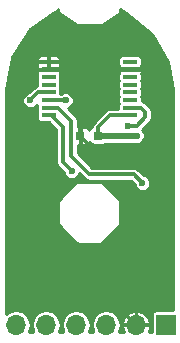
<source format=gbl>
G04 #@! TF.FileFunction,Copper,L2,Bot,Signal*
%FSLAX46Y46*%
G04 Gerber Fmt 4.6, Leading zero omitted, Abs format (unit mm)*
G04 Created by KiCad (PCBNEW 4.0.7) date Sat Jun  9 20:24:17 2018*
%MOMM*%
%LPD*%
G01*
G04 APERTURE LIST*
%ADD10C,0.100000*%
%ADD11R,0.800000X0.750000*%
%ADD12R,1.200000X0.400000*%
%ADD13R,1.700000X1.700000*%
%ADD14O,1.700000X1.700000*%
%ADD15C,0.600000*%
%ADD16C,0.500000*%
%ADD17C,0.350000*%
%ADD18C,0.250000*%
G04 APERTURE END LIST*
D10*
D11*
X58250000Y-48000000D03*
X56750000Y-48000000D03*
D12*
X54050000Y-46275000D03*
X54050000Y-45625000D03*
X54050000Y-44975000D03*
X54050000Y-44325000D03*
X54050000Y-43675000D03*
X54050000Y-43025000D03*
X54050000Y-42375000D03*
X54050000Y-41725000D03*
X60950000Y-41725000D03*
X60950000Y-42375000D03*
X60950000Y-43025000D03*
X60950000Y-43675000D03*
X60950000Y-44325000D03*
X60950000Y-44975000D03*
X60950000Y-45625000D03*
X60950000Y-46275000D03*
D13*
X64000000Y-64000000D03*
D14*
X61460000Y-64000000D03*
X58920000Y-64000000D03*
X56380000Y-64000000D03*
X53840000Y-64000000D03*
X51300000Y-64000000D03*
D15*
X61500000Y-48000000D03*
X57500000Y-43250000D03*
X59000000Y-44000000D03*
X57000000Y-46000000D03*
X59000000Y-41000000D03*
X57000000Y-41000000D03*
X62000000Y-49000000D03*
X61000000Y-53000000D03*
X63000000Y-41000000D03*
X60000000Y-38000000D03*
X55000000Y-38000000D03*
X52000000Y-41000000D03*
X51000000Y-47000000D03*
X51000000Y-52000000D03*
X51000000Y-55000000D03*
X51000000Y-61000000D03*
X51000000Y-58000000D03*
X56000000Y-58000000D03*
X59000000Y-58000000D03*
X59000000Y-61000000D03*
X58500000Y-49500000D03*
X57500000Y-44500000D03*
X60800000Y-47200006D03*
X56000000Y-51000000D03*
X62000000Y-52000000D03*
X55500000Y-45000000D03*
X52500000Y-45000000D03*
D16*
X61500000Y-48000000D02*
X61449999Y-48050001D01*
X61449999Y-48050001D02*
X58300001Y-48050001D01*
X58300001Y-48050001D02*
X58250000Y-48000000D01*
D17*
X60950000Y-46275000D02*
X59250000Y-46275000D01*
X59250000Y-46275000D02*
X58250000Y-47275000D01*
X58250000Y-47275000D02*
X58250000Y-48000000D01*
D18*
X54050000Y-41725000D02*
X52725000Y-41725000D01*
X52725000Y-41725000D02*
X52000000Y-41000000D01*
D17*
X57500000Y-44500000D02*
X58500000Y-44500000D01*
X58500000Y-44500000D02*
X59000000Y-44000000D01*
X57000000Y-41000000D02*
X59000000Y-41000000D01*
X60950000Y-42375000D02*
X61900000Y-42375000D01*
X61900000Y-42375000D02*
X63000000Y-41275000D01*
X63000000Y-41275000D02*
X63000000Y-41000000D01*
X60000000Y-38000000D02*
X63000000Y-41000000D01*
X52000000Y-41000000D02*
X55000000Y-38000000D01*
X51000000Y-52000000D02*
X51000000Y-47000000D01*
X51000000Y-58000000D02*
X51000000Y-55000000D01*
X56000000Y-58000000D02*
X51000000Y-58000000D01*
X59000000Y-58000000D02*
X56000000Y-58000000D01*
X61460000Y-64000000D02*
X59000000Y-61540000D01*
X59000000Y-61540000D02*
X59000000Y-61000000D01*
X58500000Y-49500000D02*
X58250000Y-49500000D01*
X58250000Y-49500000D02*
X56750000Y-48000000D01*
X57500000Y-44500000D02*
X57125000Y-44125000D01*
X57125000Y-44125000D02*
X56750000Y-44125000D01*
X56750000Y-44125000D02*
X58500000Y-42375000D01*
X58500000Y-42375000D02*
X60950000Y-42375000D01*
X56750000Y-48000000D02*
X56750000Y-44125000D01*
X56750000Y-44125000D02*
X55000000Y-42375000D01*
X55000000Y-42375000D02*
X54050000Y-42375000D01*
X62250000Y-46450002D02*
X61499996Y-47200006D01*
X61499996Y-47200006D02*
X60800000Y-47200006D01*
X62250000Y-45975000D02*
X62250000Y-46450002D01*
X60950000Y-45625000D02*
X61900000Y-45625000D01*
X61900000Y-45625000D02*
X62250000Y-45975000D01*
X54050000Y-46275000D02*
X54275000Y-46275000D01*
X54275000Y-46275000D02*
X55250000Y-47250000D01*
X55250000Y-47250000D02*
X55250000Y-50250000D01*
X55250000Y-50250000D02*
X56000000Y-51000000D01*
X54050000Y-45625000D02*
X54875000Y-45625000D01*
X54875000Y-45625000D02*
X55974999Y-46724999D01*
X55974999Y-46724999D02*
X55974999Y-49724999D01*
X55974999Y-49724999D02*
X57500000Y-51250000D01*
X57500000Y-51250000D02*
X61250000Y-51250000D01*
X61250000Y-51250000D02*
X62000000Y-52000000D01*
X54050000Y-44975000D02*
X55475000Y-44975000D01*
X55475000Y-44975000D02*
X55500000Y-45000000D01*
X52500000Y-45000000D02*
X53175000Y-44325000D01*
X53175000Y-44325000D02*
X54050000Y-44325000D01*
D18*
G36*
X60571441Y-37616868D02*
X60571443Y-37616870D01*
X62822482Y-39351446D01*
X64199958Y-41748562D01*
X64575000Y-44034633D01*
X64575000Y-62767654D01*
X63150000Y-62767654D01*
X63011034Y-62793802D01*
X62883401Y-62875931D01*
X62797777Y-63001246D01*
X62767654Y-63150000D01*
X62767654Y-64575000D01*
X62525039Y-64575000D01*
X62665757Y-64216285D01*
X62590997Y-64025000D01*
X61485000Y-64025000D01*
X61485000Y-64045000D01*
X61435000Y-64045000D01*
X61435000Y-64025000D01*
X60329003Y-64025000D01*
X60254243Y-64216285D01*
X60394961Y-64575000D01*
X59996819Y-64575000D01*
X60051752Y-64492786D01*
X60145000Y-64023999D01*
X60145000Y-63976001D01*
X60106752Y-63783715D01*
X60254243Y-63783715D01*
X60329003Y-63975000D01*
X61435000Y-63975000D01*
X61435000Y-62869026D01*
X61485000Y-62869026D01*
X61485000Y-63975000D01*
X62590997Y-63975000D01*
X62665757Y-63783715D01*
X62491206Y-63338755D01*
X62159663Y-62994464D01*
X61721602Y-62803256D01*
X61676285Y-62794245D01*
X61485000Y-62869026D01*
X61435000Y-62869026D01*
X61243715Y-62794245D01*
X61198398Y-62803256D01*
X60760337Y-62994464D01*
X60428794Y-63338755D01*
X60254243Y-63783715D01*
X60106752Y-63783715D01*
X60051752Y-63507214D01*
X59786206Y-63109795D01*
X59388787Y-62844249D01*
X58920000Y-62751001D01*
X58451213Y-62844249D01*
X58053794Y-63109795D01*
X57788248Y-63507214D01*
X57695000Y-63976001D01*
X57695000Y-64023999D01*
X57788248Y-64492786D01*
X57843181Y-64575000D01*
X57456819Y-64575000D01*
X57511752Y-64492786D01*
X57605000Y-64023999D01*
X57605000Y-63976001D01*
X57511752Y-63507214D01*
X57246206Y-63109795D01*
X56848787Y-62844249D01*
X56380000Y-62751001D01*
X55911213Y-62844249D01*
X55513794Y-63109795D01*
X55248248Y-63507214D01*
X55155000Y-63976001D01*
X55155000Y-64023999D01*
X55248248Y-64492786D01*
X55303181Y-64575000D01*
X54916819Y-64575000D01*
X54971752Y-64492786D01*
X55065000Y-64023999D01*
X55065000Y-63976001D01*
X54971752Y-63507214D01*
X54706206Y-63109795D01*
X54308787Y-62844249D01*
X53840000Y-62751001D01*
X53371213Y-62844249D01*
X52973794Y-63109795D01*
X52708248Y-63507214D01*
X52615000Y-63976001D01*
X52615000Y-64023999D01*
X52708248Y-64492786D01*
X52763181Y-64575000D01*
X52376819Y-64575000D01*
X52431752Y-64492786D01*
X52525000Y-64023999D01*
X52525000Y-63976001D01*
X52431752Y-63507214D01*
X52166206Y-63109795D01*
X51768787Y-62844249D01*
X51300000Y-62751001D01*
X50831213Y-62844249D01*
X50433794Y-63109795D01*
X50425000Y-63122956D01*
X50425000Y-53500000D01*
X54875000Y-53500000D01*
X54875000Y-55500000D01*
X54884187Y-55547037D01*
X54911612Y-55588388D01*
X56411612Y-57088388D01*
X56451368Y-57115152D01*
X56500000Y-57125000D01*
X58500000Y-57125000D01*
X58547037Y-57115813D01*
X58588388Y-57088388D01*
X60088388Y-55588388D01*
X60115152Y-55548632D01*
X60125000Y-55500000D01*
X60125000Y-53500000D01*
X60115813Y-53452963D01*
X60088388Y-53411612D01*
X58588388Y-51911612D01*
X58548632Y-51884848D01*
X58500000Y-51875000D01*
X56500000Y-51875000D01*
X56452963Y-51884187D01*
X56411612Y-51911612D01*
X54911612Y-53411612D01*
X54884848Y-53451368D01*
X54875000Y-53500000D01*
X50425000Y-53500000D01*
X50425000Y-45133677D01*
X51824883Y-45133677D01*
X51927429Y-45381857D01*
X52117144Y-45571903D01*
X52365145Y-45674883D01*
X52633677Y-45675117D01*
X52881857Y-45572571D01*
X53071903Y-45382856D01*
X53080267Y-45362713D01*
X53067654Y-45425000D01*
X53067654Y-45825000D01*
X53092038Y-45954589D01*
X53067654Y-46075000D01*
X53067654Y-46475000D01*
X53093802Y-46613966D01*
X53175931Y-46741599D01*
X53301246Y-46827223D01*
X53450000Y-46857346D01*
X54079528Y-46857346D01*
X54700000Y-47477818D01*
X54700000Y-50250000D01*
X54741866Y-50460476D01*
X54861091Y-50638909D01*
X55324910Y-51102728D01*
X55324883Y-51133677D01*
X55427429Y-51381857D01*
X55617144Y-51571903D01*
X55865145Y-51674883D01*
X56133677Y-51675117D01*
X56381857Y-51572571D01*
X56571903Y-51382856D01*
X56654977Y-51182795D01*
X57111091Y-51638909D01*
X57289524Y-51758134D01*
X57500000Y-51800000D01*
X61022182Y-51800000D01*
X61324910Y-52102728D01*
X61324883Y-52133677D01*
X61427429Y-52381857D01*
X61617144Y-52571903D01*
X61865145Y-52674883D01*
X62133677Y-52675117D01*
X62381857Y-52572571D01*
X62571903Y-52382856D01*
X62674883Y-52134855D01*
X62675117Y-51866323D01*
X62572571Y-51618143D01*
X62382856Y-51428097D01*
X62134855Y-51325117D01*
X62102907Y-51325089D01*
X61638909Y-50861091D01*
X61460476Y-50741866D01*
X61250000Y-50700000D01*
X57727818Y-50700000D01*
X56524999Y-49497181D01*
X56524999Y-48750000D01*
X56631250Y-48750000D01*
X56725000Y-48656250D01*
X56725000Y-48025000D01*
X56705000Y-48025000D01*
X56705000Y-47975000D01*
X56725000Y-47975000D01*
X56725000Y-47343750D01*
X56775000Y-47343750D01*
X56775000Y-47975000D01*
X56795000Y-47975000D01*
X56795000Y-48025000D01*
X56775000Y-48025000D01*
X56775000Y-48656250D01*
X56868750Y-48750000D01*
X57224592Y-48750000D01*
X57362420Y-48692910D01*
X57467910Y-48587421D01*
X57496560Y-48518252D01*
X57575931Y-48641599D01*
X57701246Y-48727223D01*
X57850000Y-48757346D01*
X58650000Y-48757346D01*
X58788966Y-48731198D01*
X58876299Y-48675001D01*
X61449999Y-48675001D01*
X61450220Y-48674957D01*
X61633677Y-48675117D01*
X61881857Y-48572571D01*
X62071903Y-48382856D01*
X62174883Y-48134855D01*
X62175117Y-47866323D01*
X62072571Y-47618143D01*
X61966217Y-47511603D01*
X62638909Y-46838911D01*
X62758134Y-46660478D01*
X62800001Y-46450002D01*
X62800000Y-46449997D01*
X62800000Y-45975005D01*
X62800001Y-45975000D01*
X62758134Y-45764524D01*
X62638909Y-45586091D01*
X62288909Y-45236091D01*
X62110476Y-45116866D01*
X61932346Y-45081434D01*
X61932346Y-44775000D01*
X61907962Y-44645411D01*
X61932346Y-44525000D01*
X61932346Y-44125000D01*
X61907962Y-43995411D01*
X61932346Y-43875000D01*
X61932346Y-43475000D01*
X61907962Y-43345411D01*
X61932346Y-43225000D01*
X61932346Y-42825000D01*
X61907356Y-42692189D01*
X61925000Y-42649592D01*
X61925000Y-42493750D01*
X61831250Y-42400000D01*
X60975000Y-42400000D01*
X60975000Y-42420000D01*
X60925000Y-42420000D01*
X60925000Y-42400000D01*
X60068750Y-42400000D01*
X59975000Y-42493750D01*
X59975000Y-42649592D01*
X59993923Y-42695277D01*
X59967654Y-42825000D01*
X59967654Y-43225000D01*
X59992038Y-43354589D01*
X59967654Y-43475000D01*
X59967654Y-43875000D01*
X59992038Y-44004589D01*
X59967654Y-44125000D01*
X59967654Y-44525000D01*
X59992038Y-44654589D01*
X59967654Y-44775000D01*
X59967654Y-45175000D01*
X59992038Y-45304589D01*
X59967654Y-45425000D01*
X59967654Y-45725000D01*
X59250005Y-45725000D01*
X59250000Y-45724999D01*
X59051298Y-45764524D01*
X59039524Y-45766866D01*
X58861091Y-45886091D01*
X58861089Y-45886094D01*
X57861091Y-46886091D01*
X57741866Y-47064524D01*
X57700000Y-47275000D01*
X57700000Y-47275902D01*
X57583401Y-47350931D01*
X57497777Y-47476246D01*
X57496629Y-47481914D01*
X57467910Y-47412579D01*
X57362420Y-47307090D01*
X57224592Y-47250000D01*
X56868750Y-47250000D01*
X56775000Y-47343750D01*
X56725000Y-47343750D01*
X56631250Y-47250000D01*
X56524999Y-47250000D01*
X56524999Y-46725004D01*
X56525000Y-46724999D01*
X56483133Y-46514523D01*
X56463724Y-46485476D01*
X56363908Y-46336090D01*
X56363905Y-46336088D01*
X55682685Y-45654867D01*
X55881857Y-45572571D01*
X56071903Y-45382856D01*
X56174883Y-45134855D01*
X56175117Y-44866323D01*
X56072571Y-44618143D01*
X55882856Y-44428097D01*
X55634855Y-44325117D01*
X55366323Y-44324883D01*
X55124022Y-44425000D01*
X55032346Y-44425000D01*
X55032346Y-44125000D01*
X55007962Y-43995411D01*
X55032346Y-43875000D01*
X55032346Y-43475000D01*
X55007962Y-43345411D01*
X55032346Y-43225000D01*
X55032346Y-42825000D01*
X55007356Y-42692189D01*
X55025000Y-42649592D01*
X55025000Y-42493750D01*
X54931250Y-42400000D01*
X54075000Y-42400000D01*
X54075000Y-42420000D01*
X54025000Y-42420000D01*
X54025000Y-42400000D01*
X53168750Y-42400000D01*
X53075000Y-42493750D01*
X53075000Y-42649592D01*
X53093923Y-42695277D01*
X53067654Y-42825000D01*
X53067654Y-43225000D01*
X53092038Y-43354589D01*
X53067654Y-43475000D01*
X53067654Y-43796352D01*
X52964524Y-43816866D01*
X52786091Y-43936091D01*
X52397272Y-44324910D01*
X52366323Y-44324883D01*
X52118143Y-44427429D01*
X51928097Y-44617144D01*
X51825117Y-44865145D01*
X51824883Y-45133677D01*
X50425000Y-45133677D01*
X50425000Y-44041860D01*
X50862231Y-41843750D01*
X53075000Y-41843750D01*
X53075000Y-41999592D01*
X53095879Y-42050000D01*
X53075000Y-42100408D01*
X53075000Y-42256250D01*
X53168750Y-42350000D01*
X54025000Y-42350000D01*
X54025000Y-41750000D01*
X54075000Y-41750000D01*
X54075000Y-42350000D01*
X54931250Y-42350000D01*
X55025000Y-42256250D01*
X55025000Y-42100408D01*
X55004121Y-42050000D01*
X55025000Y-41999592D01*
X55025000Y-41843750D01*
X54931250Y-41750000D01*
X54075000Y-41750000D01*
X54025000Y-41750000D01*
X53168750Y-41750000D01*
X53075000Y-41843750D01*
X50862231Y-41843750D01*
X50940472Y-41450408D01*
X53075000Y-41450408D01*
X53075000Y-41606250D01*
X53168750Y-41700000D01*
X54025000Y-41700000D01*
X54025000Y-41243750D01*
X54075000Y-41243750D01*
X54075000Y-41700000D01*
X54931250Y-41700000D01*
X55025000Y-41606250D01*
X55025000Y-41525000D01*
X59967654Y-41525000D01*
X59967654Y-41925000D01*
X59992644Y-42057811D01*
X59975000Y-42100408D01*
X59975000Y-42256250D01*
X60068750Y-42350000D01*
X60925000Y-42350000D01*
X60925000Y-42330000D01*
X60975000Y-42330000D01*
X60975000Y-42350000D01*
X61831250Y-42350000D01*
X61925000Y-42256250D01*
X61925000Y-42100408D01*
X61906077Y-42054723D01*
X61932346Y-41925000D01*
X61932346Y-41525000D01*
X61906198Y-41386034D01*
X61824069Y-41258401D01*
X61698754Y-41172777D01*
X61550000Y-41142654D01*
X60350000Y-41142654D01*
X60211034Y-41168802D01*
X60083401Y-41250931D01*
X59997777Y-41376246D01*
X59967654Y-41525000D01*
X55025000Y-41525000D01*
X55025000Y-41450408D01*
X54967910Y-41312579D01*
X54862420Y-41207090D01*
X54724592Y-41150000D01*
X54168750Y-41150000D01*
X54075000Y-41243750D01*
X54025000Y-41243750D01*
X53931250Y-41150000D01*
X53375408Y-41150000D01*
X53237580Y-41207090D01*
X53132090Y-41312579D01*
X53075000Y-41450408D01*
X50940472Y-41450408D01*
X50971246Y-41295700D01*
X52507234Y-38996931D01*
X54406631Y-37632913D01*
X54741200Y-37422014D01*
X54787127Y-37378468D01*
X54836940Y-37339431D01*
X54875000Y-37295128D01*
X54875000Y-37482820D01*
X54895661Y-37551656D01*
X54930662Y-37586826D01*
X56430662Y-38586826D01*
X56500000Y-38607820D01*
X58500000Y-38607820D01*
X58569338Y-38586826D01*
X60069338Y-37586826D01*
X60115152Y-37531452D01*
X60125000Y-37482820D01*
X60125000Y-37272855D01*
X60571441Y-37616868D01*
X60571441Y-37616868D01*
G37*
X60571441Y-37616868D02*
X60571443Y-37616870D01*
X62822482Y-39351446D01*
X64199958Y-41748562D01*
X64575000Y-44034633D01*
X64575000Y-62767654D01*
X63150000Y-62767654D01*
X63011034Y-62793802D01*
X62883401Y-62875931D01*
X62797777Y-63001246D01*
X62767654Y-63150000D01*
X62767654Y-64575000D01*
X62525039Y-64575000D01*
X62665757Y-64216285D01*
X62590997Y-64025000D01*
X61485000Y-64025000D01*
X61485000Y-64045000D01*
X61435000Y-64045000D01*
X61435000Y-64025000D01*
X60329003Y-64025000D01*
X60254243Y-64216285D01*
X60394961Y-64575000D01*
X59996819Y-64575000D01*
X60051752Y-64492786D01*
X60145000Y-64023999D01*
X60145000Y-63976001D01*
X60106752Y-63783715D01*
X60254243Y-63783715D01*
X60329003Y-63975000D01*
X61435000Y-63975000D01*
X61435000Y-62869026D01*
X61485000Y-62869026D01*
X61485000Y-63975000D01*
X62590997Y-63975000D01*
X62665757Y-63783715D01*
X62491206Y-63338755D01*
X62159663Y-62994464D01*
X61721602Y-62803256D01*
X61676285Y-62794245D01*
X61485000Y-62869026D01*
X61435000Y-62869026D01*
X61243715Y-62794245D01*
X61198398Y-62803256D01*
X60760337Y-62994464D01*
X60428794Y-63338755D01*
X60254243Y-63783715D01*
X60106752Y-63783715D01*
X60051752Y-63507214D01*
X59786206Y-63109795D01*
X59388787Y-62844249D01*
X58920000Y-62751001D01*
X58451213Y-62844249D01*
X58053794Y-63109795D01*
X57788248Y-63507214D01*
X57695000Y-63976001D01*
X57695000Y-64023999D01*
X57788248Y-64492786D01*
X57843181Y-64575000D01*
X57456819Y-64575000D01*
X57511752Y-64492786D01*
X57605000Y-64023999D01*
X57605000Y-63976001D01*
X57511752Y-63507214D01*
X57246206Y-63109795D01*
X56848787Y-62844249D01*
X56380000Y-62751001D01*
X55911213Y-62844249D01*
X55513794Y-63109795D01*
X55248248Y-63507214D01*
X55155000Y-63976001D01*
X55155000Y-64023999D01*
X55248248Y-64492786D01*
X55303181Y-64575000D01*
X54916819Y-64575000D01*
X54971752Y-64492786D01*
X55065000Y-64023999D01*
X55065000Y-63976001D01*
X54971752Y-63507214D01*
X54706206Y-63109795D01*
X54308787Y-62844249D01*
X53840000Y-62751001D01*
X53371213Y-62844249D01*
X52973794Y-63109795D01*
X52708248Y-63507214D01*
X52615000Y-63976001D01*
X52615000Y-64023999D01*
X52708248Y-64492786D01*
X52763181Y-64575000D01*
X52376819Y-64575000D01*
X52431752Y-64492786D01*
X52525000Y-64023999D01*
X52525000Y-63976001D01*
X52431752Y-63507214D01*
X52166206Y-63109795D01*
X51768787Y-62844249D01*
X51300000Y-62751001D01*
X50831213Y-62844249D01*
X50433794Y-63109795D01*
X50425000Y-63122956D01*
X50425000Y-53500000D01*
X54875000Y-53500000D01*
X54875000Y-55500000D01*
X54884187Y-55547037D01*
X54911612Y-55588388D01*
X56411612Y-57088388D01*
X56451368Y-57115152D01*
X56500000Y-57125000D01*
X58500000Y-57125000D01*
X58547037Y-57115813D01*
X58588388Y-57088388D01*
X60088388Y-55588388D01*
X60115152Y-55548632D01*
X60125000Y-55500000D01*
X60125000Y-53500000D01*
X60115813Y-53452963D01*
X60088388Y-53411612D01*
X58588388Y-51911612D01*
X58548632Y-51884848D01*
X58500000Y-51875000D01*
X56500000Y-51875000D01*
X56452963Y-51884187D01*
X56411612Y-51911612D01*
X54911612Y-53411612D01*
X54884848Y-53451368D01*
X54875000Y-53500000D01*
X50425000Y-53500000D01*
X50425000Y-45133677D01*
X51824883Y-45133677D01*
X51927429Y-45381857D01*
X52117144Y-45571903D01*
X52365145Y-45674883D01*
X52633677Y-45675117D01*
X52881857Y-45572571D01*
X53071903Y-45382856D01*
X53080267Y-45362713D01*
X53067654Y-45425000D01*
X53067654Y-45825000D01*
X53092038Y-45954589D01*
X53067654Y-46075000D01*
X53067654Y-46475000D01*
X53093802Y-46613966D01*
X53175931Y-46741599D01*
X53301246Y-46827223D01*
X53450000Y-46857346D01*
X54079528Y-46857346D01*
X54700000Y-47477818D01*
X54700000Y-50250000D01*
X54741866Y-50460476D01*
X54861091Y-50638909D01*
X55324910Y-51102728D01*
X55324883Y-51133677D01*
X55427429Y-51381857D01*
X55617144Y-51571903D01*
X55865145Y-51674883D01*
X56133677Y-51675117D01*
X56381857Y-51572571D01*
X56571903Y-51382856D01*
X56654977Y-51182795D01*
X57111091Y-51638909D01*
X57289524Y-51758134D01*
X57500000Y-51800000D01*
X61022182Y-51800000D01*
X61324910Y-52102728D01*
X61324883Y-52133677D01*
X61427429Y-52381857D01*
X61617144Y-52571903D01*
X61865145Y-52674883D01*
X62133677Y-52675117D01*
X62381857Y-52572571D01*
X62571903Y-52382856D01*
X62674883Y-52134855D01*
X62675117Y-51866323D01*
X62572571Y-51618143D01*
X62382856Y-51428097D01*
X62134855Y-51325117D01*
X62102907Y-51325089D01*
X61638909Y-50861091D01*
X61460476Y-50741866D01*
X61250000Y-50700000D01*
X57727818Y-50700000D01*
X56524999Y-49497181D01*
X56524999Y-48750000D01*
X56631250Y-48750000D01*
X56725000Y-48656250D01*
X56725000Y-48025000D01*
X56705000Y-48025000D01*
X56705000Y-47975000D01*
X56725000Y-47975000D01*
X56725000Y-47343750D01*
X56775000Y-47343750D01*
X56775000Y-47975000D01*
X56795000Y-47975000D01*
X56795000Y-48025000D01*
X56775000Y-48025000D01*
X56775000Y-48656250D01*
X56868750Y-48750000D01*
X57224592Y-48750000D01*
X57362420Y-48692910D01*
X57467910Y-48587421D01*
X57496560Y-48518252D01*
X57575931Y-48641599D01*
X57701246Y-48727223D01*
X57850000Y-48757346D01*
X58650000Y-48757346D01*
X58788966Y-48731198D01*
X58876299Y-48675001D01*
X61449999Y-48675001D01*
X61450220Y-48674957D01*
X61633677Y-48675117D01*
X61881857Y-48572571D01*
X62071903Y-48382856D01*
X62174883Y-48134855D01*
X62175117Y-47866323D01*
X62072571Y-47618143D01*
X61966217Y-47511603D01*
X62638909Y-46838911D01*
X62758134Y-46660478D01*
X62800001Y-46450002D01*
X62800000Y-46449997D01*
X62800000Y-45975005D01*
X62800001Y-45975000D01*
X62758134Y-45764524D01*
X62638909Y-45586091D01*
X62288909Y-45236091D01*
X62110476Y-45116866D01*
X61932346Y-45081434D01*
X61932346Y-44775000D01*
X61907962Y-44645411D01*
X61932346Y-44525000D01*
X61932346Y-44125000D01*
X61907962Y-43995411D01*
X61932346Y-43875000D01*
X61932346Y-43475000D01*
X61907962Y-43345411D01*
X61932346Y-43225000D01*
X61932346Y-42825000D01*
X61907356Y-42692189D01*
X61925000Y-42649592D01*
X61925000Y-42493750D01*
X61831250Y-42400000D01*
X60975000Y-42400000D01*
X60975000Y-42420000D01*
X60925000Y-42420000D01*
X60925000Y-42400000D01*
X60068750Y-42400000D01*
X59975000Y-42493750D01*
X59975000Y-42649592D01*
X59993923Y-42695277D01*
X59967654Y-42825000D01*
X59967654Y-43225000D01*
X59992038Y-43354589D01*
X59967654Y-43475000D01*
X59967654Y-43875000D01*
X59992038Y-44004589D01*
X59967654Y-44125000D01*
X59967654Y-44525000D01*
X59992038Y-44654589D01*
X59967654Y-44775000D01*
X59967654Y-45175000D01*
X59992038Y-45304589D01*
X59967654Y-45425000D01*
X59967654Y-45725000D01*
X59250005Y-45725000D01*
X59250000Y-45724999D01*
X59051298Y-45764524D01*
X59039524Y-45766866D01*
X58861091Y-45886091D01*
X58861089Y-45886094D01*
X57861091Y-46886091D01*
X57741866Y-47064524D01*
X57700000Y-47275000D01*
X57700000Y-47275902D01*
X57583401Y-47350931D01*
X57497777Y-47476246D01*
X57496629Y-47481914D01*
X57467910Y-47412579D01*
X57362420Y-47307090D01*
X57224592Y-47250000D01*
X56868750Y-47250000D01*
X56775000Y-47343750D01*
X56725000Y-47343750D01*
X56631250Y-47250000D01*
X56524999Y-47250000D01*
X56524999Y-46725004D01*
X56525000Y-46724999D01*
X56483133Y-46514523D01*
X56463724Y-46485476D01*
X56363908Y-46336090D01*
X56363905Y-46336088D01*
X55682685Y-45654867D01*
X55881857Y-45572571D01*
X56071903Y-45382856D01*
X56174883Y-45134855D01*
X56175117Y-44866323D01*
X56072571Y-44618143D01*
X55882856Y-44428097D01*
X55634855Y-44325117D01*
X55366323Y-44324883D01*
X55124022Y-44425000D01*
X55032346Y-44425000D01*
X55032346Y-44125000D01*
X55007962Y-43995411D01*
X55032346Y-43875000D01*
X55032346Y-43475000D01*
X55007962Y-43345411D01*
X55032346Y-43225000D01*
X55032346Y-42825000D01*
X55007356Y-42692189D01*
X55025000Y-42649592D01*
X55025000Y-42493750D01*
X54931250Y-42400000D01*
X54075000Y-42400000D01*
X54075000Y-42420000D01*
X54025000Y-42420000D01*
X54025000Y-42400000D01*
X53168750Y-42400000D01*
X53075000Y-42493750D01*
X53075000Y-42649592D01*
X53093923Y-42695277D01*
X53067654Y-42825000D01*
X53067654Y-43225000D01*
X53092038Y-43354589D01*
X53067654Y-43475000D01*
X53067654Y-43796352D01*
X52964524Y-43816866D01*
X52786091Y-43936091D01*
X52397272Y-44324910D01*
X52366323Y-44324883D01*
X52118143Y-44427429D01*
X51928097Y-44617144D01*
X51825117Y-44865145D01*
X51824883Y-45133677D01*
X50425000Y-45133677D01*
X50425000Y-44041860D01*
X50862231Y-41843750D01*
X53075000Y-41843750D01*
X53075000Y-41999592D01*
X53095879Y-42050000D01*
X53075000Y-42100408D01*
X53075000Y-42256250D01*
X53168750Y-42350000D01*
X54025000Y-42350000D01*
X54025000Y-41750000D01*
X54075000Y-41750000D01*
X54075000Y-42350000D01*
X54931250Y-42350000D01*
X55025000Y-42256250D01*
X55025000Y-42100408D01*
X55004121Y-42050000D01*
X55025000Y-41999592D01*
X55025000Y-41843750D01*
X54931250Y-41750000D01*
X54075000Y-41750000D01*
X54025000Y-41750000D01*
X53168750Y-41750000D01*
X53075000Y-41843750D01*
X50862231Y-41843750D01*
X50940472Y-41450408D01*
X53075000Y-41450408D01*
X53075000Y-41606250D01*
X53168750Y-41700000D01*
X54025000Y-41700000D01*
X54025000Y-41243750D01*
X54075000Y-41243750D01*
X54075000Y-41700000D01*
X54931250Y-41700000D01*
X55025000Y-41606250D01*
X55025000Y-41525000D01*
X59967654Y-41525000D01*
X59967654Y-41925000D01*
X59992644Y-42057811D01*
X59975000Y-42100408D01*
X59975000Y-42256250D01*
X60068750Y-42350000D01*
X60925000Y-42350000D01*
X60925000Y-42330000D01*
X60975000Y-42330000D01*
X60975000Y-42350000D01*
X61831250Y-42350000D01*
X61925000Y-42256250D01*
X61925000Y-42100408D01*
X61906077Y-42054723D01*
X61932346Y-41925000D01*
X61932346Y-41525000D01*
X61906198Y-41386034D01*
X61824069Y-41258401D01*
X61698754Y-41172777D01*
X61550000Y-41142654D01*
X60350000Y-41142654D01*
X60211034Y-41168802D01*
X60083401Y-41250931D01*
X59997777Y-41376246D01*
X59967654Y-41525000D01*
X55025000Y-41525000D01*
X55025000Y-41450408D01*
X54967910Y-41312579D01*
X54862420Y-41207090D01*
X54724592Y-41150000D01*
X54168750Y-41150000D01*
X54075000Y-41243750D01*
X54025000Y-41243750D01*
X53931250Y-41150000D01*
X53375408Y-41150000D01*
X53237580Y-41207090D01*
X53132090Y-41312579D01*
X53075000Y-41450408D01*
X50940472Y-41450408D01*
X50971246Y-41295700D01*
X52507234Y-38996931D01*
X54406631Y-37632913D01*
X54741200Y-37422014D01*
X54787127Y-37378468D01*
X54836940Y-37339431D01*
X54875000Y-37295128D01*
X54875000Y-37482820D01*
X54895661Y-37551656D01*
X54930662Y-37586826D01*
X56430662Y-38586826D01*
X56500000Y-38607820D01*
X58500000Y-38607820D01*
X58569338Y-38586826D01*
X60069338Y-37586826D01*
X60115152Y-37531452D01*
X60125000Y-37482820D01*
X60125000Y-37272855D01*
X60571441Y-37616868D01*
M02*

</source>
